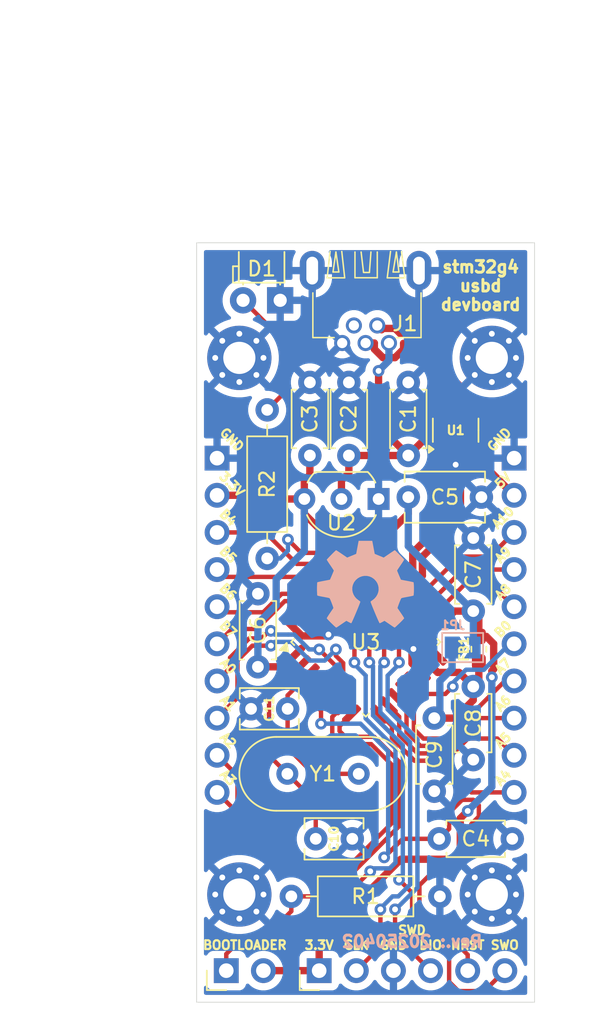
<source format=kicad_pcb>
(kicad_pcb (version 20241229) (generator "pcbnew") (generator_version "9.0")
  (title_block (title "stm32g4-usbd-devboard") (date "2025-04-02") (rev "20250402") (comment 3 "Released under CERN Open Hardware Licence Version 2 - Strongly Reciprocal") (comment 4 "Designed by: Rafael G. Martins"))
  (layers (0 "F.Cu" signal) (2 "B.Cu" signal) (13 "F.Paste" user) (15 "B.Paste" user) (5 "F.SilkS" user "F.Silkscreen") (7 "B.SilkS" user "B.Silkscreen") (1 "F.Mask" user) (3 "B.Mask" user) (25 "Edge.Cuts" user))
  (net 0 "")
  (net 1 "5V")
  (net 2 "3.3V")
  (net 3 "Net-(D1-A)")
  (net 4 "/USB_CONN_D-")
  (net 6 "/USB_CONN_D+")
  (net 7 "Net-(JP2-A)")
  (net 8 "LED")
  (net 9 "USB_D+")
  (net 10 "USB_D-")
  (net 11 "B6")
  (net 12 "A0")
  (net 13 "A2")
  (net 14 "F0")
  (net 15 "F1")
  (net 16 "B5")
  (net 17 "A1")
  (net 18 "B4")
  (net 19 "B7")
  (net 20 "B0")
  (net 21 "A6")
  (net 22 "A8")
  (net 23 "A5")
  (net 24 "A7")
  (net 25 "A4")
  (net 26 "A3")
  (net 27 "A9")
  (net 28 "A10")
  (net 29 "GND")
  (net 30 "NRST")
  (net 31 "CLK")
  (net 32 "DIO")
  (net 33 "SWO")
  (net 34 "3.3VA")
  (footprint "custom:C_TDK_FA28" (layer "F.Cu") (at 154.432 98.552 -90)
    (property "Reference" "C7")
    (property "Value" "100n")
  )
  (footprint "Capacitor_THT:C_Disc_D3.8mm_W2.6mm_P2.50mm" (layer "F.Cu") (at 141.732 110.236 180)
    (property "Reference" "C11")
    (property "Value" "12p")
  )
  (footprint "custom:C_TDK_FA28" (layer "F.Cu") (at 151.765 115.871 90)
    (property "Reference" "C9")
    (property "Value" "1u")
  )
  (footprint "custom:USB_Mini-B_PTH" (layer "F.Cu") (at 148.666 85.217 180)
    (property "Reference" "J1")
    (property "Value" "USB_B_Mini" (hide yes))
  )
  (footprint "custom:LED_D3.0mm_Horizontal_O1.27mm_Z2.0mm" (layer "F.Cu") (at 141.224 82.296 180)
    (property "Reference" "D1")
    (property "Value" "LED Green 3mm")
  )
  (footprint "custom:C_TDK_FA28" (layer "F.Cu") (at 143.256 87.9094 -90)
    (property "Reference" "C3")
    (property "Value" "1u")
  )
  (footprint "custom:C_TDK_FA28" (layer "F.Cu") (at 149.987 87.9094 -90)
    (property "Reference" "C1")
    (property "Value" "100n")
  )
  (footprint "custom:R_YAGEO_MFR-25FTE52_Horizontal" (layer "F.Cu") (at 140.335 99.949 90)
    (property "Reference" "R2")
    (property "Value" "10k")
  )
  (footprint "MountingHole:MountingHole_2.2mm_M2_Pad_Via" (layer "F.Cu") (at 138.43 86.233)
    (property "Reference" "H1" (hide yes))
    (property "Value" "MountingHole_Pad")
  )
  (footprint "Inductor_SMD:L_0603_1608Metric_Pad1.05x0.95mm_HandSolder" (layer "F.Cu") (at 154.813 106.158 -90)
    (property "Reference" "FB1")
    (property "Value" "600R@100MHz")
  )
  (footprint "Package_QFP:LQFP-32_7x7mm_P0.8mm" (layer "F.Cu") (at 147.079957 105.664 45)
    (property "Reference" "U3")
    (property "Value" "STM32G431KBTx")
  )
  (footprint "custom:C_TDK_FA26" (layer "F.Cu") (at 154.987 95.758 180)
    (property "Reference" "C5")
    (property "Value" "10u")
  )
  (footprint "custom:C_TDK_FA28" (layer "F.Cu") (at 157.099 119.126 180)
    (property "Reference" "C4")
    (property "Value" "100n")
  )
  (footprint "MountingHole:MountingHole_2.2mm_M2_Pad_Via" (layer "F.Cu") (at 155.702 122.936)
    (property "Reference" "H4" (hide yes))
    (property "Value" "MountingHole_Pad")
  )
  (footprint "Crystal:Crystal_HC49-4H_Vertical" (layer "F.Cu") (at 146.595 114.681 180)
    (property "Reference" "Y1")
    (property "Value" "24MHz")
  )
  (footprint "Capacitor_THT:C_Disc_D3.8mm_W2.6mm_P2.50mm" (layer "F.Cu") (at 143.657 119.126)
    (property "Reference" "C10")
    (property "Value" "12p")
  )
  (footprint "MountingHole:MountingHole_2.2mm_M2_Pad_Via" (layer "F.Cu") (at 155.702 86.233)
    (property "Reference" "H2" (hide yes))
    (property "Value" "MountingHole_Pad")
  )
  (footprint "Package_TO_SOT_THT:TO-92_Inline_Wide" (layer "F.Cu") (at 147.955 95.885 180)
    (property "Reference" "U2")
    (property "Value" "MCP1700-3302E")
  )
  (footprint "MountingHole:MountingHole_2.2mm_M2_Pad_Via" (layer "F.Cu") (at 138.431 122.936)
    (property "Reference" "H3" (hide yes))
    (property "Value" "MountingHole_Pad")
  )
  (footprint "custom:C_TDK_FA28" (layer "F.Cu") (at 139.7 102.362 -90)
    (property "Reference" "C6")
    (property "Value" "100n")
  )
  (footprint "custom:C_TDK_FA28" (layer "F.Cu") (at 154.432 113.712 90)
    (property "Reference" "C8")
    (property "Value" "100n")
  )
  (footprint "Package_TO_SOT_SMD:SOT-23-6" (layer "F.Cu") (at 153.228 91.1805 90)
    (property "Reference" "U1")
    (property "Value" "USBLC6-2SC6")
  )
  (footprint "custom:R_YAGEO_MFR-25FTE52_Horizontal" (layer "F.Cu") (at 141.986 123.063)
    (property "Reference" "R1")
    (property "Value" "10k")
  )
  (footprint "custom:PinHeader_Bootloader_1x02_P2.54mm_Horizontal" (layer "F.Cu") (at 137.536 128.143)
    (property "Reference" "JP2" (hide yes))
    (property "Value" "BOOTLOADER")
  )
  (footprint "custom:PinHeader_SWD_1x06_P2.54mm_Horizontal" (layer "F.Cu") (at 143.891 128.143)
    (property "Reference" "J2" (hide yes))
    (property "Value" "PIN H 6P")
  )
  (footprint "custom:C_TDK_FA28" (layer "F.Cu") (at 145.923 87.9094 -90)
    (property "Reference" "C2")
    (property "Value" "1u")
  )
  (footprint "Jumper:SolderJumper-2_P1.3mm_Open_TrianglePad1.0x1.5mm" (layer "B.Cu") (at 153.707 106.045)
    (property "Reference" "JP1")
    (property "Value" "No FB1")
  )
  (footprint "custom:PinHeader_DevBoard_Right_Connector_1x10_P2.54mm_Vertical" (layer "B.Cu") (at 157.226 93.091 180)
    (property "Reference" "J4" (hide yes))
    (property "Value" "RIGHT")
  )
  (footprint "Symbol:OSHW-Symbol_6.7x6mm_SilkScreen" (layer "B.Cu") (at 147.066 101.727 180)
    (property "Reference" "REF**" (hide yes))
    (property "Value" "OSHW-Symbol_6.7x6mm_SilkScreen" (hide yes))
  )
  (footprint "custom:PinHeader_DevBoard_Left_Connector_1x10_P2.54mm_Vertical" (layer "B.Cu") (at 136.906 93.091 180)
    (property "Reference" "J3" (hide yes))
    (property "Value" "LEFT")
  )
  (gr_rect (start 135.509 78.359) (end 158.623 130.302) (stroke (width 0.05)) (fill no) (layer "Edge.Cuts"))
  (gr_text "stm32g4\nusbd\ndevboard" (at 154.94 83.058 0) (layer "F.SilkS") (effects (font (size 0.8 0.8) (thickness 0.2) (bold yes)) (justify bottom)))
  (gr_text "Rev.: ${REVISION}" (at 150.241 126.619 0) (layer "B.SilkS") (effects (font (size 0.8 0.8) (thickness 0.2) (bold yes)) (justify bottom mirror)))
  (segment (start 155.448 93.853) (end 157.226 95.631) (width 0.5) (layer "F.Cu") (net 1))
  (segment (start 151.6909 91.2055) (end 149.987 92.9094) (width 0.5) (layer "F.Cu") (net 1))
  (segment (start 154.94 91.186) (end 155.448 91.694) (width 0.5) (layer "F.Cu") (net 1))
  (segment (start 147.955 90.8774) (end 149.987 92.9094) (width 0.5) (layer "F.Cu") (net 1))
  (segment (start 153.228 90.705499) (end 152.727999 91.2055) (width 0.5) (layer "F.Cu") (net 1))
  (segment (start 153.228 90.043) (end 153.228 90.705499) (width 0.5) (layer "F.Cu") (net 1))
  (segment (start 147.955 87.122) (end 147.955 90.8774) (width 0.5) (layer "F.Cu") (net 1))
  (segment (start 145.923 92.9094) (end 145.923 94.107) (width 0.5) (layer "F.Cu") (net 1))
  (segment (start 145.923 92.9094) (end 149.987 92.9094) (width 0.5) (layer "F.Cu") (net 1))
  (segment (start 153.228 90.705499) (end 153.708501 91.186) (width 0.5) (layer "F.Cu") (net 1))
  (segment (start 155.448 91.694) (end 155.448 93.853) (width 0.5) (layer "F.Cu") (net 1))
  (segment (start 157.226 95.631) (end 156.718 95.631) (width 0.3) (layer "F.Cu") (net 1))
  (segment (start 145.415 94.615) (end 145.415 95.885) (width 0.5) (layer "F.Cu") (net 1))
  (segment (start 145.923 94.107) (end 145.415 94.615) (width 0.5) (layer "F.Cu") (net 1))
  (segment (start 153.708501 91.186) (end 154.94 91.186) (width 0.5) (layer "F.Cu") (net 1))
  (segment (start 152.727999 91.2055) (end 151.6909 91.2055) (width 0.5) (layer "F.Cu") (net 1))
  (via (at 147.955 87.122) (size 0.8) (drill 0.4) (layers "F.Cu" "B.Cu") (net 1))
  (segment (start 148.666 85.217) (end 148.666 86.411) (width 0.5) (layer "B.Cu") (net 1))
  (segment (start 148.666 86.411) (end 147.955 87.122) (width 0.5) (layer "B.Cu") (net 1))
  (segment (start 140.716 95.885) (end 140.462 95.631) (width 0.5) (layer "F.Cu") (net 2))
  (segment (start 143.891 128.143) (end 140.076 128.143) (width 0.5) (layer "F.Cu") (net 2))
  (segment (start 140.462 95.631) (end 136.906 95.631) (width 0.5) (layer "F.Cu") (net 2))
  (segment (start 143.256 94.234) (end 142.875 94.615) (width 0.5) (layer "F.Cu") (net 2))
  (segment (start 142.147887 106.636272) (end 142.689981 106.094178) (width 0.5) (layer "F.Cu") (net 2))
  (segment (start 142.147887 106.645113) (end 141.431 107.362) (width 0.5) (layer "F.Cu") (net 2))
  (segment (start 154.813 103.933) (end 154.432 103.552) (width 0.5) (layer "F.Cu") (net 2))
  (segment (start 143.764 97.79) (end 149.08637 97.79) (width 0.5) (layer "F.Cu") (net 2))
  (segment (start 152.908 120.523) (end 149.479 120.523) (width 0.5) (layer "F.Cu") (net 2))
  (segment (start 149.479 120.523) (end 143.891 126.111) (width 0.5) (layer "F.Cu") (net 2))
  (segment (start 149.08637 97.79) (end 149.987 96.88937) (width 0.5) (layer "F.Cu") (net 2))
  (segment (start 142.875 95.885) (end 142.875 96.901) (width 0.5) (layer "F.Cu") (net 2))
  (segment (start 155.702 107.649266) (end 155.829 107.522266) (width 0.5) (layer "F.Cu") (net 2))
  (segment (start 142.875 95.885) (end 140.716 95.885) (width 0.5) (layer "F.Cu") (net 2))
  (segment (start 155.829 105.791) (end 155.321 105.283) (width 0.5) (layer "F.Cu") (net 2))
  (segment (start 155.829 107.522266) (end 155.829 105.791) (width 0.5) (layer "F.Cu") (net 2))
  (segment (start 143.0744 93.091) (end 143.256 92.9094) (width 0.5) (layer "F.Cu") (net 2))
  (segment (start 142.875 96.901) (end 143.764 97.79) (width 0.5) (layer "F.Cu") (net 2))
  (segment (start 155.321 105.283) (end 154.813 105.283) (width 0.5) (layer "F.Cu") (net 2))
  (segment (start 141.431 107.362) (end 139.7 107.362) (width 0.5) (layer "F.Cu") (net 2))
  (segment (start 153.543 119.888) (end 152.908 120.523) (width 0.5) (layer "F.Cu") (net 2))
  (segment (start 143.256 92.9094) (end 143.256 94.234) (width 0.5) (layer "F.Cu") (net 2))
  (segment (start 154.813 105.283) (end 154.813 103.933) (width 0.5) (layer "F.Cu") (net 2))
  (segment (start 143.891 126.111) (end 143.891 128.143) (width 0.5) (layer "F.Cu") (net 2))
  (segment (start 153.543 117.729) (end 153.543 119.888) (width 0.5) (layer "F.Cu") (net 2))
  (segment (start 154.051 117.221) (end 153.543 117.729) (width 0.5) (layer "F.Cu") (net 2))
  (segment (start 142.147887 106.636272) (end 142.147887 106.645113) (width 0.5) (layer "F.Cu") (net 2))
  (segment (start 142.875 94.615) (end 142.875 95.885) (width 0.5) (layer "F.Cu") (net 2))
  (segment (start 153.151755 103.552) (end 152.012027 104.691728) (width 0.5) (layer "F.Cu") (net 2))
  (segment (start 149.987 96.88937) (end 149.987 95.758) (width 0.5) (layer "F.Cu") (net 2))
  (segment (start 155.702 108.077) (end 155.702 107.649266) (width 0.5) (layer "F.Cu") (net 2))
  (segment (start 154.432 103.552) (end 153.151755 103.552) (width 0.5) (layer "F.Cu") (net 2))
  (via (at 155.702 108.077) (size 0.8) (drill 0.4) (layers "F.Cu" "B.Cu") (net 2))
  (via (at 154.051 117.221) (size 0.8) (drill 0.4) (layers "F.Cu" "B.Cu") (net 2))
  (segment (start 139.7 107.362) (end 139.7 104.394) (width 0.5) (layer "B.Cu") (net 2))
  (segment (start 142.875 99.441) (end 142.875 95.885) (width 0.5) (layer "B.Cu") (net 2))
  (segment (start 140.951 103.143) (end 140.951 101.365) (width 0.5) (layer "B.Cu") (net 2))
  (segment (start 155.702 115.57) (end 155.702 108.077) (width 0.5) (layer "B.Cu") (net 2))
  (segment (start 154.051 117.221) (end 155.702 115.57) (width 0.5) (layer "B.Cu") (net 2))
  (segment (start 154.432 103.552) (end 154.437903 103.557903) (width 0.5) (layer "B.Cu") (net 2))
  (segment (start 140.951 101.365) (end 142.875 99.441) (width 0.5) (layer "B.Cu") (net 2))
  (segment (start 149.987 95.758) (end 149.987 99.107) (width 0.5) (layer "B.Cu") (net 2))
  (segment (start 149.987 99.107) (end 154.432 103.552) (width 0.5) (layer "B.Cu") (net 2))
  (segment (start 139.7 104.394) (end 140.951 103.143) (width 0.5) (layer "B.Cu") (net 2))
  (segment (start 154.437903 103.557903) (end 154.437903 106.045) (width 0.5) (layer "B.Cu") (net 2))
  (segment (start 141.478 85.09) (end 141.478 88.646) (width 0.3) (layer "F.Cu") (net 3))
  (segment (start 141.478 85.09) (end 138.684 82.296) (width 0.3) (layer "F.Cu") (net 3))
  (segment (start 141.478 88.646) (end 140.335 89.789) (width 0.3) (layer "F.Cu") (net 3))
  (segment (start 149.080214 84.217) (end 148.251786 84.217) (width 0.5) (layer "F.Cu") (net 4))
  (segment (start 154.178 89.6805) (end 153.978 89.4805) (width 0.5) (layer "F.Cu") (net 4))
  (segment (start 153.558 88.194308) (end 149.920692 84.557) (width 0.5) (layer "F.Cu") (net 4))
  (segment (start 148.251786 84.217) (end 148.158893 84.309893) (width 0.5) (layer "F.Cu") (net 4))
  (segment (start 153.978 89.277816) (end 153.558 88.857816) (width 0.5) (layer "F.Cu") (net 4))
  (segment (start 154.178 90.043) (end 154.178 89.6805) (width 0.5) (layer "F.Cu") (net 4))
  (segment (start 153.558 88.857816) (end 153.558 88.194308) (width 0.5) (layer "F.Cu") (net 4))
  (segment (start 153.978 89.4805) (end 153.978 89.277816) (width 0.5) (layer "F.Cu") (net 4))
  (segment (start 149.920692 84.557) (end 149.420214 84.557) (width 0.5) (layer "F.Cu") (net 4))
  (segment (start 148.158893 84.309893) (end 147.866 84.017) (width 0.5) (layer "F.Cu") (net 4))
  (segment (start 149.420214 84.557) (end 149.080214 84.217) (width 0.5) (layer "F.Cu") (net 4))
  (segment (start 147.666 85.631214) (end 147.666 85.217) (width 0.5) (layer "F.Cu") (net 6))
  (segment (start 152.278 90.043) (end 152.278 89.6805) (width 0.5) (layer "F.Cu") (net 6))
  (segment (start 152.278 89.6805) (end 152.478 89.4805) (width 0.5) (layer "F.Cu") (net 6))
  (segment (start 149.080214 86.217) (end 148.251786 86.217) (width 0.5) (layer "F.Cu") (net 6))
  (segment (start 149.666 85.235692) (end 149.666 85.631214) (width 0.5) (layer "F.Cu") (net 6))
  (segment (start 148.251786 86.217) (end 147.666 85.631214) (width 0.5) (layer "F.Cu") (net 6))
  (segment (start 152.898 88.467692) (end 149.666 85.235692) (width 0.5) (layer "F.Cu") (net 6))
  (segment (start 152.478 89.4805) (end 152.478 89.277816) (width 0.5) (layer "F.Cu") (net 6))
  (segment (start 152.898 88.857816) (end 152.898 88.467692) (width 0.5) (layer "F.Cu") (net 6))
  (segment (start 152.478 89.277816) (end 152.898 88.857816) (width 0.5) (layer "F.Cu") (net 6))
  (segment (start 147.666 85.217) (end 147.066 85.217) (width 0.5) (layer "F.Cu") (net 6))
  (segment (start 149.666 85.631214) (end 149.080214 86.217) (width 0.5) (layer "F.Cu") (net 6))
  (segment (start 143.23553 104.648) (end 143.891 104.648) (width 0.3) (layer "F.Cu") (net 7))
  (segment (start 144.145 104.394) (end 145.161 104.394) (width 0.3) (layer "F.Cu") (net 7))
  (segment (start 145.669 123.063) (end 147.3835 121.3485) (width 0.3) (layer "F.Cu") (net 7))
  (segment (start 137.536 127.005) (end 137.536 128.143) (width 0.3) (layer "F.Cu") (net 7))
  (segment (start 141.986 124.079) (end 139.827 126.238) (width 0.3) (layer "F.Cu") (net 7))
  (segment (start 138.303 126.238) (end 137.536 127.005) (width 0.3) (layer "F.Cu") (net 7))
  (segment (start 145.161 104.394) (end 146.304 105.537) (width 0.3) (layer "F.Cu") (net 7))
  (segment (start 141.986 123.063) (end 141.986 124.079) (width 0.3) (layer "F.Cu") (net 7))
  (segment (start 139.827 126.238) (end 138.303 126.238) (width 0.3) (layer "F.Cu") (net 7))
  (segment (start 143.891 104.648) (end 144.145 104.394) (width 0.3) (layer "F.Cu") (net 7))
  (segment (start 142.713573 104.126043) (end 143.23553 104.648) (width 0.3) (layer "F.Cu") (net 7))
  (segment (start 141.986 123.063) (end 145.669 123.063) (width 0.3) (layer "F.Cu") (net 7))
  (segment (start 146.304 105.537) (end 146.304 107.061) (width 0.3) (layer "F.Cu") (net 7))
  (via (at 147.3835 121.3485) (size 0.8) (drill 0.4) (layers "F.Cu" "B.Cu") (net 7))
  (via (at 146.304 107.061) (size 0.8) (drill 0.4) (layers "F.Cu" "B.Cu") (net 7))
  (segment (start 148.728 121.147) (end 147.585 121.147) (width 0.3) (layer "B.Cu") (net 7))
  (segment (start 147.334 111.159041) (end 147.334 111.159043) (width 0.3) (layer "B.Cu") (net 7))
  (segment (start 147.334 111.159043) (end 147.565486 111.390528) (width 0.3) (layer "B.Cu") (net 7))
  (segment (start 147.627478 111.452521) (end 147.62748 111.452521) (width 0.3) (layer "B.Cu") (net 7))
  (segment (start 149.111 120.764) (end 148.728 121.147) (width 0.3) (layer "B.Cu") (net 7))
  (segment (start 147.073 110.898041) (end 147.334 111.159041) (width 0.3) (layer "B.Cu") (net 7))
  (segment (start 147.585 121.147) (end 147.3835 121.3485) (width 0.3) (layer "B.Cu") (net 7))
  (segment (start 146.304 107.188) (end 147.073 107.957) (width 0.3) (layer "B.Cu") (net 7))
  (segment (start 147.073 107.957) (end 147.073 110.898041) (width 0.3) (layer "B.Cu") (net 7))
  (segment (start 147.565486 111.390528) (end 147.627478 111.452521) (width 0.3) (layer "B.Cu") (net 7))
  (segment (start 147.62748 111.452521) (end 149.111 112.936041) (width 0.3) (layer "B.Cu") (net 7))
  (segment (start 146.304 107.061) (end 146.304 107.188) (width 0.3) (layer "B.Cu") (net 7))
  (segment (start 149.111 112.936041) (end 149.111 120.764) (width 0.3) (layer "B.Cu") (net 7))
  (segment (start 141.754331 98.656669) (end 142.665662 99.568) (width 0.3) (layer "F.Cu") (net 8))
  (segment (start 142.665662 99.568) (end 144.943755 99.568) (width 0.3) (layer "F.Cu") (net 8))
  (segment (start 144.943755 99.568) (end 146.107685 100.73193) (width 0.3) (layer "F.Cu") (net 8))
  (via (at 141.754331 98.656669) (size 0.8) (drill 0.4) (layers "F.Cu" "B.Cu") (net 8))
  (segment (start 141.224 99.949) (end 140.335 99.949) (width 0.3) (layer "B.Cu") (net 8))
  (segment (start 141.754331 99.418669) (end 141.224 99.949) (width 0.3) (layer "B.Cu") (net 8))
  (segment (start 141.754331 98.656669) (end 141.754331 99.418669) (width 0.3) (layer "B.Cu") (net 8))
  (segment (start 149.980277 101.16562) (end 150.292 100.853897) (width 0.5) (layer "F.Cu") (net 9))
  (segment (start 152.278 93.311751) (end 152.278 92.318) (width 0.5) (layer "F.Cu") (net 9))
  (segment (start 152.898 96.952308) (end 152.898 94.410082) (width 0.5) (layer "F.Cu") (net 9))
  (segment (start 152.378 93.890082) (end 152.378 93.411751) (width 0.5) (layer "F.Cu") (net 9))
  (segment (start 152.378 93.411751) (end 152.278 93.311751) (width 0.5) (layer "F.Cu") (net 9))
  (segment (start 149.881281 101.16562) (end 149.980277 101.16562) (width 0.5) (layer "F.Cu") (net 9))
  (segment (start 150.292 99.558308) (end 152.898 96.952308) (width 0.5) (layer "F.Cu") (net 9))
  (segment (start 152.898 94.410082) (end 152.378 93.890082) (width 0.5) (layer "F.Cu") (net 9))
  (segment (start 150.292 100.853897) (end 150.292 99.558308) (width 0.5) (layer "F.Cu") (net 9))
  (segment (start 149.1836 101.863301) (end 149.881281 101.16562) (width 0.5) (layer "F.Cu") (net 9))
  (segment (start 154.078 93.890082) (end 154.078 93.411751) (width 0.5) (layer "F.Cu") (net 10))
  (segment (start 154.178 93.311751) (end 154.178 92.318) (width 0.5) (layer "F.Cu") (net 10))
  (segment (start 150.446966 101.731305) (end 150.446966 101.632309) (width 0.5) (layer "F.Cu") (net 10))
  (segment (start 153.558 94.410082) (end 154.078 93.890082) (width 0.5) (layer "F.Cu") (net 10))
  (segment (start 150.952 99.831692) (end 153.558 97.225692) (width 0.5) (layer "F.Cu") (net 10))
  (segment (start 149.749285 102.428986) (end 150.446966 101.731305) (width 0.5) (layer "F.Cu") (net 10))
  (segment (start 150.446966 101.632309) (end 150.952 101.127275) (width 0.5) (layer "F.Cu") (net 10))
  (segment (start 154.078 93.411751) (end 154.178 93.311751) (width 0.5) (layer "F.Cu") (net 10))
  (segment (start 153.558 97.225692) (end 153.558 94.410082) (width 0.5) (layer "F.Cu") (net 10))
  (segment (start 150.952 101.127275) (end 150.952 99.831692) (width 0.5) (layer "F.Cu") (net 10))
  (segment (start 141.328479 102.369) (end 140.065479 103.632) (width 0.3) (layer "F.Cu") (net 11))
  (segment (start 143.844943 102.994672) (end 143.219271 102.369) (width 0.3) (layer "F.Cu") (net 11))
  (segment (start 140.065479 103.632) (end 137.287 103.632) (width 0.3) (layer "F.Cu") (net 11))
  (segment (start 137.287 103.632) (end 136.906 103.251) (width 0.3) (layer "F.Cu") (net 11))
  (segment (start 143.219271 102.369) (end 141.328479 102.369) (width 0.3) (layer "F.Cu") (net 11))
  (segment (start 137.795 107.442) (end 136.906 108.331) (width 0.3) (layer "F.Cu") (net 12))
  (segment (start 140.469 104.902) (end 139.954 105.417) (width 0.3) (layer "F.Cu") (net 12))
  (segment (start 145.034 107.315) (end 145.034 108.275643) (width 0.3) (layer "F.Cu") (net 12))
  (segment (start 139.954 105.417) (end 139.11148 105.417) (width 0.3) (layer "F.Cu") (net 12))
  (segment (start 137.795 106.73348) (end 137.795 107.442) (width 0.3) (layer "F.Cu") (net 12))
  (segment (start 143.891 106.172) (end 145.034 107.315) (width 0.3) (layer "F.Cu") (net 12))
  (segment (start 145.034 108.275643) (end 144.410629 108.899014) (width 0.3) (layer "F.Cu") (net 12))
  (segment (start 140.589 104.902) (end 140.469 104.902) (width 0.3) (layer "F.Cu") (net 12))
  (segment (start 139.11148 105.417) (end 137.795 106.73348) (width 0.3) (layer "F.Cu") (net 12))
  (via (at 143.891 106.172) (size 0.8) (drill 0.4) (layers "F.Cu" "B.Cu") (net 12))
  (via (at 140.589 104.902) (size 0.8) (drill 0.4) (layers "F.Cu" "B.Cu") (net 12))
  (segment (start 142.186521 105.156) (end 142.18652 105.156) (width 0.3) (layer "B.Cu") (net 12))
  (segment (start 141.77148 105.156) (end 140.843 105.156) (width 0.3) (layer "B.Cu") (net 12))
  (segment (start 141.986 105.156) (end 141.77148 105.156) (width 0.3) (layer "B.Cu") (net 12))
  (segment (start 142.18652 105.156) (end 141.986 105.156) (width 0.3) (layer "B.Cu") (net 12))
  (segment (start 140.843 105.156) (end 140.589 104.902) (width 0.3) (layer "B.Cu") (net 12))
  (segment (start 143.891 106.172) (end 143.20252 106.172) (width 0.3) (layer "B.Cu") (net 12))
  (segment (start 143.20252 106.172) (end 142.48 105.44948) (width 0.3) (layer "B.Cu") (net 12))
  (segment (start 142.48 105.44948) (end 142.48 105.449479) (width 0.3) (layer "B.Cu") (net 12))
  (segment (start 142.48 105.449479) (end 142.186521 105.156) (width 0.3) (layer "B.Cu") (net 12))
  (segment (start 144.787 111.967521) (end 144.787 110.785384) (width 0.3) (layer "F.Cu") (net 13))
  (segment (start 145.168 112.34852) (end 144.787 111.967521) (width 0.3) (layer "F.Cu") (net 13))
  (segment (start 147.740479 112.94248) (end 147.740481 112.94248) (width 0.3) (layer "F.Cu") (net 13))
  (segment (start 138.303 116.63948) (end 138.303 114.808) (width 0.3) (layer "F.Cu") (net 13))
  (segment (start 145.88624 121.031) (end 142.69452 121.031) (width 0.3) (layer "F.Cu") (net 13))
  (segment (start 147.447 112.649002) (end 147.446999 112.649) (width 0.3) (layer "F.Cu") (net 13))
  (segment (start 147.740481 112.94248) (end 148.550519 113.752519) (width 0.3) (layer "F.Cu") (net 13))
  (segment (start 148.844001 114.046) (end 148.844001 118.073239) (width 0.3) (layer "F.Cu") (net 13))
  (segment (start 148.550519 113.752522) (end 148.844001 114.046) (width 0.3) (layer "F.Cu") (net 13))
  (segment (start 148.844001 118.073239) (end 145.88624 121.031) (width 0.3) (layer "F.Cu") (net 13))
  (segment (start 147.740479 112.94248) (end 147.447 112.649002) (width 0.3) (layer "F.Cu") (net 13))
  (segment (start 144.787 110.785384) (end 145.542 110.030384) (width 0.3) (layer "F.Cu") (net 13))
  (segment (start 142.69452 121.031) (end 138.303 116.63948) (width 0.3) (layer "F.Cu") (net 13))
  (segment (start 148.55052 113.752522) (end 148.550519 113.752522) (width 0.3) (layer "F.Cu") (net 13))
  (segment (start 147.740479 112.94248) (end 147.74048 112.942479) (width 0.3) (layer "F.Cu") (net 13))
  (segment (start 145.468479 112.649) (end 145.168 112.34852) (width 0.3) (layer "F.Cu") (net 13))
  (segment (start 147.446999 112.649) (end 145.468479 112.649) (width 0.3) (layer "F.Cu") (net 13))
  (segment (start 148.550519 113.752519) (end 148.55052 113.752522) (width 0.3) (layer "F.Cu") (net 13))
  (segment (start 138.303 114.808) (end 136.906 113.411) (width 0.3) (layer "F.Cu") (net 13))
  (segment (start 143.657 119.126) (end 143.657 116.623) (width 0.3) (layer "F.Cu") (net 14))
  (segment (start 140.462 113.428) (end 140.462 109.45353) (width 0.3) (layer "F.Cu") (net 14))
  (segment (start 141.715 114.681) (end 140.462 113.428) (width 0.3) (layer "F.Cu") (net 14))
  (segment (start 140.462 109.45353) (end 142.713573 107.201957) (width 0.3) (layer "F.Cu") (net 14))
  (segment (start 143.657 116.623) (end 141.715 114.681) (width 0.3) (layer "F.Cu") (net 14))
  (segment (start 143.279258 107.767643) (end 141.732 109.314901) (width 0.3) (layer "F.Cu") (net 15))
  (segment (start 143.51 114.681) (end 146.595 114.681) (width 0.3) (layer "F.Cu") (net 15))
  (segment (start 141.732 112.903) (end 143.51 114.681) (width 0.3) (layer "F.Cu") (net 15))
  (segment (start 141.732 110.236) (end 141.732 112.903) (width 0.3) (layer "F.Cu") (net 15))
  (segment (start 141.732 109.314901) (end 141.732 110.236) (width 0.3) (layer "F.Cu") (net 15))
  (segment (start 144.410629 102.428986) (end 143.192643 101.211) (width 0.3) (layer "F.Cu") (net 16))
  (segment (start 137.406 101.211) (end 136.906 100.711) (width 0.3) (layer "F.Cu") (net 16))
  (segment (start 143.192643 101.211) (end 137.406 101.211) (width 0.3) (layer "F.Cu") (net 16))
  (segment (start 145.535 107.107479) (end 145.38826 106.960739) (width 0.3) (layer "F.Cu") (net 17))
  (segment (start 145.542 108.331) (end 145.535 108.324) (width 0.3) (layer "F.Cu") (net 17))
  (segment (start 145.535 108.324) (end 145.535 107.107479) (width 0.3) (layer "F.Cu") (net 17))
  (segment (start 139.319 105.918) (end 138.303 106.934) (width 0.3) (layer "F.Cu") (net 17))
  (segment (start 145.38826 106.960739) (end 145.034 106.606479) (width 0.3) (layer "F.Cu") (net 17))
  (segment (start 145.034 106.606479) (end 145.034 106.426) (width 0.3) (layer "F.Cu") (net 17))
  (segment (start 145.034 106.426) (end 145.034 106.172) (width 0.3) (layer "F.Cu") (net 17))
  (segment (start 140.589 105.918) (end 139.319 105.918) (width 0.3) (layer "F.Cu") (net 17))
  (segment (start 138.303 109.474) (end 136.906 110.871) (width 0.3) (layer "F.Cu") (net 17))
  (segment (start 145.542 108.899013) (end 145.542 108.331) (width 0.3) (layer "F.Cu") (net 17))
  (segment (start 138.303 106.934) (end 138.303 109.474) (width 0.3) (layer "F.Cu") (net 17))
  (segment (start 144.976314 109.464699) (end 145.542 108.899013) (width 0.3) (layer "F.Cu") (net 17))
  (via (at 145.034 106.172) (size 0.8) (drill 0.4) (layers "F.Cu" "B.Cu") (net 17))
  (via (at 140.589 105.918) (size 0.8) (drill 0.4) (layers "F.Cu" "B.Cu") (net 17))
  (segment (start 141.979 105.657) (end 141.097 105.657) (width 0.3) (layer "B.Cu") (net 17))
  (segment (start 143.256 106.934) (end 141.979 105.657) (width 0.3) (layer "B.Cu") (net 17))
  (segment (start 144.272 106.934) (end 143.256 106.934) (width 0.3) (layer "B.Cu") (net 17))
  (segment (start 141.097 105.657) (end 140.85 105.657) (width 0.3) (layer "B.Cu") (net 17))
  (segment (start 145.034 106.172) (end 144.272 106.934) (width 0.3) (layer "B.Cu") (net 17))
  (segment (start 140.85 105.657) (end 140.589 105.918) (width 0.3) (layer "B.Cu") (net 17))
  (segment (start 143.436013 100.323) (end 142.358587 100.323) (width 0.3) (layer "F.Cu") (net 18))
  (segment (start 140.208 98.172413) (end 140.208 98.171) (width 0.3) (layer "F.Cu") (net 18))
  (segment (start 142.358587 100.323) (end 140.208 98.172413) (width 0.3) (layer "F.Cu") (net 18))
  (segment (start 144.976314 101.863301) (end 143.436013 100.323) (width 0.3) (layer "F.Cu") (net 18))
  (segment (start 140.208 98.171) (end 136.906 98.171) (width 0.3) (layer "F.Cu") (net 18))
  (segment (start 143.279258 103.560357) (end 142.588901 102.87) (width 0.3) (layer "F.Cu") (net 19))
  (segment (start 137.922 104.775) (end 136.906 105.791) (width 0.3) (layer "F.Cu") (net 19))
  (segment (start 139.631 104.775) (end 137.922 104.775) (width 0.3) (layer "F.Cu") (net 19))
  (segment (start 141.536 102.87) (end 139.631 104.775) (width 0.3) (layer "F.Cu") (net 19))
  (segment (start 142.588901 102.87) (end 141.536 102.87) (width 0.3) (layer "F.Cu") (net 19))
  (segment (start 152.523997 109.22) (end 153.031997 108.712) (width 0.3) (layer "F.Cu") (net 20))
  (segment (start 150.314971 108.333328) (end 151.201643 109.22) (width 0.3) (layer "F.Cu") (net 20))
  (segment (start 151.201643 109.22) (end 152.523997 109.22) (width 0.3) (layer "F.Cu") (net 20))
  (segment (start 157.226 106.299) (end 157.226 105.791) (width 0.3) (layer "F.Cu") (net 20))
  (via (at 153.031997 108.712) (size 0.8) (drill 0.4) (layers "F.Cu" "B.Cu") (net 20))
  (segment (start 154.90876 107.561) (end 154.91676 107.569) (width 0.3) (layer "B.Cu") (net 20))
  (segment (start 153.95524 107.561) (end 154.90876 107.561) (width 0.3) (layer "B.Cu") (net 20))
  (segment (start 156.925925 105.791) (end 157.226 105.791) (width 0.3) (layer "B.Cu") (net 20))
  (segment (start 153.94724 107.569) (end 153.95524 107.561) (width 0.3) (layer "B.Cu") (net 20))
  (segment (start 155.147925 107.569) (end 156.925925 105.791) (width 0.3) (layer "B.Cu") (net 20))
  (segment (start 154.91676 107.569) (end 155.147925 107.569) (width 0.3) (layer "B.Cu") (net 20))
  (segment (start 153.031997 108.712) (end 153.031997 108.461003) (width 0.3) (layer "B.Cu") (net 20))
  (segment (start 153.031997 108.461003) (end 153.924 107.569) (width 0.3) (layer "B.Cu") (net 20))
  (segment (start 153.924 107.569) (end 153.94724 107.569) (width 0.3) (layer "B.Cu") (net 20))
  (segment (start 150.81552 112.769) (end 152.861521 112.769) (width 0.3) (layer "F.Cu") (net 21))
  (segment (start 153.155 112.475521) (end 153.155 112.47552) (width 0.3) (layer "F.Cu") (net 21))
  (segment (start 154.75952 110.871) (end 154.40526 111.22526) (width 0.3) (layer "F.Cu") (net 21))
  (segment (start 157.226 110.871) (end 154.75952 110.871) (width 0.3) (layer "F.Cu") (net 21))
  (segment (start 149.1836 109.464699) (end 149.867 110.148099) (width 0.3) (layer "F.Cu") (net 21))
  (segment (start 149.867 110.148099) (end 149.867 111.82048) (width 0.3) (layer "F.Cu") (net 21))
  (segment (start 153.155 112.47552) (end 154.40526 111.22526) (width 0.3) (layer "F.Cu") (net 21))
  (segment (start 149.867 111.82048) (end 150.81552 112.769) (width 0.3) (layer "F.Cu") (net 21))
  (segment (start 152.861521 112.769) (end 153.155 112.475521) (width 0.3) (layer "F.Cu") (net 21))
  (segment (start 151.446341 104.126043) (end 153.972384 101.6) (width 0.3) (layer "F.Cu") (net 22))
  (segment (start 155.575 101.6) (end 157.226 103.251) (width 0.3) (layer "F.Cu") (net 22))
  (segment (start 153.972384 101.6) (end 155.575 101.6) (width 0.3) (layer "F.Cu") (net 22))
  (segment (start 149.366 110.77847) (end 149.366 112.028001) (width 0.3) (layer "F.Cu") (net 23))
  (segment (start 156.083 112.268) (end 157.226 113.411) (width 0.3) (layer "F.Cu") (net 23))
  (segment (start 149.366 112.028001) (end 150.622 113.284) (width 0.3) (layer "F.Cu") (net 23))
  (segment (start 153.055041 113.284) (end 154.07104 112.268) (width 0.3) (layer "F.Cu") (net 23))
  (segment (start 148.617914 110.030384) (end 149.366 110.77847) (width 0.3) (layer "F.Cu") (net 23))
  (segment (start 150.622 113.284) (end 153.055041 113.284) (width 0.3) (layer "F.Cu") (net 23))
  (segment (start 154.07104 112.268) (end 156.083 112.268) (width 0.3) (layer "F.Cu") (net 23))
  (segment (start 151.02304 112.268) (end 152.654 112.268) (width 0.3) (layer "F.Cu") (net 24))
  (segment (start 150.368 111.61296) (end 151.02304 112.268) (width 0.3) (layer "F.Cu") (net 24))
  (segment (start 156.591 108.331) (end 157.226 108.331) (width 0.3) (layer "F.Cu") (net 24))
  (segment (start 149.749285 108.899014) (end 150.368 109.517729) (width 0.3) (layer "F.Cu") (net 24))
  (segment (start 150.368 109.517729) (end 150.368 111.61296) (width 0.3) (layer "F.Cu") (net 24))
  (segment (start 152.654 112.268) (end 156.591 108.331) (width 0.3) (layer "F.Cu") (net 24))
  (segment (start 154.305 115.951) (end 157.226 115.951) (width 0.3) (layer "F.Cu") (net 25))
  (segment (start 152.139 113.785) (end 154.305 115.951) (width 0.3) (layer "F.Cu") (net 25))
  (segment (start 148.865 112.235522) (end 150.41448 113.785) (width 0.3) (layer "F.Cu") (net 25))
  (segment (start 148.865 111.4) (end 148.865 112.235522) (width 0.3) (layer "F.Cu") (net 25))
  (segment (start 148.06107 110.59607) (end 148.865 111.4) (width 0.3) (layer "F.Cu") (net 25))
  (segment (start 148.052229 110.59607) (end 148.06107 110.59607) (width 0.3) (layer "F.Cu") (net 25))
  (segment (start 150.41448 113.785) (end 152.139 113.785) (width 0.3) (layer "F.Cu") (net 25))
  (segment (start 146.093761 121.532) (end 142.741 121.532) (width 0.3) (layer "F.Cu") (net 26))
  (segment (start 147.948 112.441479) (end 147.948 112.44148) (width 0.3) (layer "F.Cu") (net 26))
  (segment (start 145.93 112.148) (end 147.65452 112.148) (width 0.3) (layer "F.Cu") (net 26))
  (segment (start 149.345 118.28076) (end 146.093761 121.532) (width 0.3) (layer "F.Cu") (net 26))
  (segment (start 149.05152 113.545) (end 149.345 113.838479) (width 0.3) (layer "F.Cu") (net 26))
  (segment (start 145.669 112.141) (end 145.923 112.141) (width 0.3) (layer "F.Cu") (net 26))
  (segment (start 142.734 121.539) (end 142.494 121.539) (width 0.3) (layer "F.Cu") (net 26))
  (segment (start 146.107685 110.59607) (end 145.288 111.415755) (width 0.3) (layer "F.Cu") (net 26))
  (segment (start 147.948 112.44148) (end 149.051521 113.545) (width 0.3) (layer "F.Cu") (net 26))
  (segment (start 145.288 111.415755) (end 145.288 111.76) (width 0.3) (layer "F.Cu") (net 26))
  (segment (start 149.051521 113.545) (end 149.05152 113.545) (width 0.3) (layer "F.Cu") (net 26))
  (segment (start 149.345 113.838479) (end 149.345 118.28076) (width 0.3) (layer "F.Cu") (net 26))
  (segment (start 147.65452 112.148) (end 147.948 112.441479) (width 0.3) (layer "F.Cu") (net 26))
  (segment (start 145.288 111.76) (end 145.669 112.141) (width 0.3) (layer "F.Cu") (net 26))
  (segment (start 142.494 121.539) (end 136.906 115.951) (width 0.3) (layer "F.Cu") (net 26))
  (segment (start 142.741 121.532) (end 142.734 121.539) (width 0.3) (layer "F.Cu") (net 26))
  (segment (start 145.923 112.141) (end 145.93 112.148) (width 0.3) (layer "F.Cu") (net 26))
  (segment (start 150.880656 103.560357) (end 153.730013 100.711) (width 0.3) (layer "F.Cu") (net 27))
  (segment (start 153.730013 100.711) (end 157.226 100.711) (width 0.3) (layer "F.Cu") (net 27))
  (segment (start 153.487643 99.822) (end 150.314971 102.994672) (width 0.3) (layer "F.Cu") (net 28))
  (segment (start 155.575 99.822) (end 153.487643 99.822) (width 0.3) (layer "F.Cu") (net 28))
  (segment (start 157.226 98.171) (end 155.575 99.822) (width 0.3) (layer "F.Cu") (net 28))
  (segment (start 142.147887 104.691728) (end 142.705159 105.249) (width 0.5) (layer "F.Cu") (net 29))
  (segment (start 150.337562 106.141562) (end 150.241 106.238124) (width 0.5) (layer "F.Cu") (net 29))
  (segment (start 150.241 106.238124) (end 150.241 107.127987) (width 0.5) (layer "F.Cu") (net 29))
  (segment (start 150.434124 106.045) (end 150.337562 106.141562) (width 0.5) (layer "F.Cu") (net 29))
  (segment (start 153.228 93.538) (end 153.228 92.318) (width 0.5) (layer "F.Cu") (net 29))
  (segment (start 142.705159 105.249) (end 144.433 105.249) (width 0.5) (layer "F.Cu") (net 29))
  (segment (start 150.241 107.127987) (end 150.880656 107.767643) (width 0.5) (layer "F.Cu") (net 29))
  (segment (start 151.420755 106.045) (end 150.434124 106.045) (width 0.5) (layer "F.Cu") (net 29))
  (segment (start 152.012027 106.636272) (end 151.420755 106.045) (width 0.5) (layer "F.Cu") (net 29))
  (segment (start 144.433 105.249) (end 144.526 105.156) (width 0.5) (layer "F.Cu") (net 29))
  (via (at 150.337562 106.141562) (size 0.8) (drill 0.4) (layers "F.Cu" "B.Cu") (net 29))
  (via (at 153.228 93.538) (size 0.8) (drill 0.4) (layers "F.Cu" "B.Cu") (net 29))
  (via (at 144.526 105.156) (size 0.8) (drill 0.4) (layers "F.Cu" "B.Cu") (net 29))
  (segment (start 154.051 127.05348) (end 150.749 123.75148) (width 0.3) (layer "F.Cu") (net 30))
  (segment (start 154.305 120.142) (end 154.305 118.11) (width 0.3) (layer "F.Cu") (net 30))
  (segment (start 152.781 118.444) (end 152.099 119.126) (width 0.3) (layer "F.Cu") (net 30))
  (segment (start 151.638 121.412) (end 153.035 121.412) (width 0.3) (layer "F.Cu") (net 30))
  (segment (start 152.781 117.348) (end 152.781 118.444) (width 0.3) (layer "F.Cu") (net 30))
  (segment (start 150.749 123.75148) (end 150.749 122.301) (width 0.3) (layer "F.Cu") (net 30))
  (segment (start 144.018 110.363) (end 143.383 109.728) (width 0.3) (layer "F.Cu") (net 30))
  (segment (start 154.051 128.143) (end 154.051 127.05348) (width 0.3) (layer "F.Cu") (net 30))
  (segment (start 154.813 117.602) (end 154.813 116.84) (width 0.3) (layer "F.Cu") (net 30))
  (segment (start 143.383 108.795271) (end 143.844943 108.333328) (width 0.3) (layer "F.Cu") (net 30))
  (segment (start 150.749 122.301) (end 151.638 121.412) (width 0.3) (layer "F.Cu") (net 30))
  (segment (start 153.035 121.412) (end 154.305 120.142) (width 0.3) (layer "F.Cu") (net 30))
  (segment (start 143.383 109.728) (end 143.383 108.795271) (width 0.3) (layer "F.Cu") (net 30))
  (segment (start 154.432 116.459) (end 153.67 116.459) (width 0.3) (layer "F.Cu") (net 30))
  (segment (start 154.813 116.84) (end 154.432 116.459) (width 0.3) (layer "F.Cu") (net 30))
  (segment (start 144.018 111.252) (end 144.018 110.363) (width 0.3) (layer "F.Cu") (net 30))
  (segment (start 148.336 120.396) (end 149.606 119.126) (width 0.3) (layer "F.Cu") (net 30))
  (segment (start 154.305 118.11) (end 154.813 117.602) (width 0.3) (layer "F.Cu") (net 30))
  (segment (start 153.67 116.459) (end 152.781 117.348) (width 0.3) (layer "F.Cu") (net 30))
  (segment (start 149.606 119.126) (end 152.099 119.126) (width 0.3) (layer "F.Cu") (net 30))
  (via (at 144.018 111.252) (size 0.8) (drill 0.4) (layers "F.Cu" "B.Cu") (net 30))
  (via (at 148.336 120.396) (size 0.8) (drill 0.4) (layers "F.Cu" "B.Cu") (net 30))
  (segment (start 146.718438 111.252) (end 148.61 113.143562) (width 0.3) (layer "B.Cu") (net 30))
  (segment (start 144.018 111.252) (end 146.718438 111.252) (width 0.3) (layer "B.Cu") (net 30))
  (segment (start 148.61 120.122) (end 148.336 120.396) (width 0.3) (layer "B.Cu") (net 30))
  (segment (start 148.61 113.143562) (end 148.61 120.122) (width 0.3) (layer "B.Cu") (net 30))
  (segment (start 148.082 105.029) (end 148.336 105.283) (width 0.3) (layer "F.Cu") (net 31))
  (segment (start 148.052229 100.740771) (end 147.066 101.727) (width 0.3) (layer "F.Cu") (net 31))
  (segment (start 147.066 104.013) (end 148.082 105.029) (width 0.3) (layer "F.Cu") (net 31))
  (segment (start 147.066 101.727) (end 147.066 104.013) (width 0.3) (layer "F.Cu") (net 31))
  (segment (start 148.336 105.283) (end 148.336 107.061) (width 0.3) (layer "F.Cu") (net 31))
  (segment (start 146.431 128.143) (end 148.082 126.492) (width 0.3) (layer "F.Cu") (net 31))
  (segment (start 148.052229 100.73193) (end 148.052229 100.740771) (width 0.3) (layer "F.Cu") (net 31))
  (segment (start 148.082 126.492) (end 148.082 123.952) (width 0.3) (layer "F.Cu") (net 31))
  (via (at 148.336 107.061) (size 0.8) (drill 0.4) (layers "F.Cu" "B.Cu") (net 31))
  (via (at 148.082 123.952) (size 0.8) (drill 0.4) (layers "F.Cu" "B.Cu") (net 31))
  (segment (start 149.305925 123.063) (end 148.908928 123.063) (width 0.3) (layer "B.Cu") (net 31))
  (segment (start 148.082 123.889928) (end 148.082 123.952) (width 0.3) (layer "B.Cu") (net 31))
  (segment (start 148.075 107.322) (end 148.075 110.483) (width 0.3) (layer "B.Cu") (net 31))
  (segment (start 150.113 112.521) (end 150.113 122.255925) (width 0.3) (layer "B.Cu") (net 31))
  (segment (start 150.113 122.255925) (end 149.305925 123.063) (width 0.3) (layer "B.Cu") (net 31))
  (segment (start 148.336 107.061) (end 148.075 107.322) (width 0.3) (layer "B.Cu") (net 31))
  (segment (start 148.908928 123.063) (end 148.082 123.889928) (width 0.3) (layer "B.Cu") (net 31))
  (segment (start 148.075 110.483) (end 150.113 112.521) (width 0.3) (layer "B.Cu") (net 31))
  (segment (start 149.082003 125.714003) (end 149.082003 123.952) (width 0.3) (layer "F.Cu") (net 32))
  (segment (start 148.617914 101.297616) (end 147.828 102.08753) (width 0.3) (layer "F.Cu") (net 32))
  (segment (start 149.352 104.902) (end 149.352 107.061) (width 0.3) (layer "F.Cu") (net 32))
  (segment (start 147.828 102.08753) (end 147.828 103.378) (width 0.3) (layer "F.Cu") (net 32))
  (segment (start 151.511 128.143) (end 149.082003 125.714003) (width 0.3) (layer "F.Cu") (net 32))
  (segment (start 147.828 103.378) (end 149.352 104.902) (width 0.3) (layer "F.Cu") (net 32))
  (via (at 149.082003 123.952) (size 0.8) (drill 0.4) (layers "F.Cu" "B.Cu") (net 32))
  (via (at 149.352 107.061) (size 0.8) (drill 0.4) (layers "F.Cu" "B.Cu") (net 32))
  (segment (start 150.32052 122.756925) (end 149.806925 123.270521) (width 0.3) (layer "B.Cu") (net 32))
  (segment (start 148.576 110.27548) (end 150.614 112.31348) (width 0.3) (layer "B.Cu") (net 32))
  (segment (start 148.576 107.964) (end 148.576 110.27548) (width 0.3) (layer "B.Cu") (net 32))
  (segment (start 149.806925 123.270521) (end 149.513445 123.564) (width 0.3) (layer "B.Cu") (net 32))
  (segment (start 150.614 112.395) (end 150.614 122.463446) (width 0.3) (layer "B.Cu") (net 32))
  (segment (start 150.320521 122.756925) (end 150.32052 122.756925) (width 0.3) (layer "B.Cu") (net 32))
  (segment (start 150.614 122.463446) (end 150.320521 122.756925) (width 0.3) (layer "B.Cu") (net 32))
  (segment (start 149.125446 123.952) (end 149.082003 123.952) (width 0.3) (layer "B.Cu") (net 32))
  (segment (start 149.513446 123.564) (end 149.125446 123.952) (width 0.3) (layer "B.Cu") (net 32))
  (segment (start 149.513445 123.564) (end 149.513446 123.564) (width 0.3) (layer "B.Cu") (net 32))
  (segment (start 150.614 112.31348) (end 150.614 112.395) (width 0.3) (layer "B.Cu") (net 32))
  (segment (start 149.352 107.188) (end 148.576 107.964) (width 0.3) (layer "B.Cu") (net 32))
  (segment (start 149.352 107.061) (end 149.352 107.188) (width 0.3) (layer "B.Cu") (net 32))
  (segment (start 150.541479 124.25248) (end 152.781 126.492) (width 0.3) (layer "F.Cu") (net 33))
  (segment (start 155.194 129.54) (end 156.591 128.143) (width 0.3) (layer "F.Cu") (net 33))
  (segment (start 152.781 126.492) (end 152.781 128.905) (width 0.3) (layer "F.Cu") (net 33))
  (segment (start 150.248 123.959001) (end 150.248 123.959) (width 0.3) (layer "F.Cu") (net 33))
  (segment (start 145.542 101.297616) (end 146.304 102.059616) (width 0.3) (layer "F.Cu") (net 33))
  (segment (start 153.416 129.54) (end 155.194 129.54) (width 0.3) (layer "F.Cu") (net 33))
  (segment (start 149.352 121.92) (end 150.248 122.816) (width 0.3) (layer "F.Cu") (net 33))
  (segment (start 146.304 102.059616) (end 146.304 104.521) (width 0.3) (layer "F.Cu") (net 33))
  (segment (start 150.248 123.54396) (end 150.248 123.959001) (width 0.3) (layer "F.Cu") (net 33))
  (segment (start 150.54148 124.25248) (end 150.541479 124.25248) (width 0.3) (layer "F.Cu") (net 33))
  (segment (start 150.368 124.079) (end 150.54148 124.25248) (width 0.3) (layer "F.Cu") (net 33))
  (segment (start 150.248 123.959) (end 150.368 124.079) (width 0.3) (layer "F.Cu") (net 33))
  (segment (start 152.781 128.905) (end 153.416 129.54) (width 0.3) (layer "F.Cu") (net 33))
  (segment (start 147.32 105.537) (end 147.32 107.061) (width 0.3) (layer "F.Cu") (net 33))
  (segment (start 150.248 122.816) (end 150.248 123.54396) (width 0.3) (layer "F.Cu") (net 33))
  (segment (start 146.304 104.521) (end 147.32 105.537) (width 0.3) (layer "F.Cu") (net 33))
  (via (at 149.352 121.92) (size 0.8) (drill 0.4) (layers "F.Cu" "B.Cu") (net 33))
  (via (at 147.32 107.061) (size 0.8) (drill 0.4) (layers "F.Cu" "B.Cu") (net 33))
  (segment (start 149.612 112.72852) (end 147.835 110.951521) (width 0.3) (layer "B.Cu") (net 33))
  (segment (start 147.835 110.951521) (end 147.574 110.69052) (width 0.3) (layer "B.Cu") (net 33))
  (segment (start 149.352 121.92) (end 149.612 121.66) (width 0.3) (layer "B.Cu") (net 33))
  (segment (start 147.574 107.315) (end 147.32 107.061) (width 0.3) (layer "B.Cu") (net 33))
  (segment (start 147.574 110.69052) (end 147.574 107.315) (width 0.3) (layer "B.Cu") (net 33))
  (segment (start 149.612 121.66) (end 149.612 112.72852) (width 0.3) (layer "B.Cu") (net 33))
  (segment (start 154.432 109.640058) (end 154.432 108.712) (width 0.5) (layer "F.Cu") (net 34))
  (segment (start 151.989435 107.745051) (end 153.465051 107.745051) (width 0.5) (layer "F.Cu") (net 34))
  (segment (start 151.446341 107.201957) (end 151.989435 107.745051) (width 0.5) (layer "F.Cu") (net 34))
  (segment (start 151.765 110.871) (end 153.201058 110.871) (width 0.5) (layer "F.Cu") (net 34))
  (segment (start 153.201058 110.871) (end 154.432 109.640058) (width 0.5) (layer "F.Cu") (net 34))
  (segment (start 154.813 107.033) (end 154.813 108.331) (width 0.5) (layer "F.Cu") (net 34))
  (segment (start 153.465051 107.745051) (end 154.432 108.712) (width 0.5) (layer "F.Cu") (net 34))
  (segment (start 154.813 108.331) (end 154.432 108.712) (width 0.5) (layer "F.Cu") (net 34))
  (segment (start 152.982 107.495) (end 152.982 106.045) (width 0.5) (layer "B.Cu") (net 34))
  (segment (start 152.146 110.49) (end 152.146 108.331) (width 0.5) (layer "B.Cu") (net 34))
  (segment (start 151.765 110.871) (end 152.146 110.49) (width 0.5) (layer "B.Cu") (net 34))
  (segment (start 152.146 108.331) (end 152.982 107.495) (width 0.5) (layer "B.Cu") (net 34))
  (zone (net 29) (net_name "GND") (layer "B.Cu") (connect_pads (clearance 0.5)) (min_thickness 0.25) (fill yes (thermal_gap 0.5) (thermal_bridge_width 0.5))
    (polygon (pts (xy 135.509 78.359) (xy 158.623 78.359) (xy 158.623 130.302) (xy 135.509 130.302)))
  )
)
</source>
